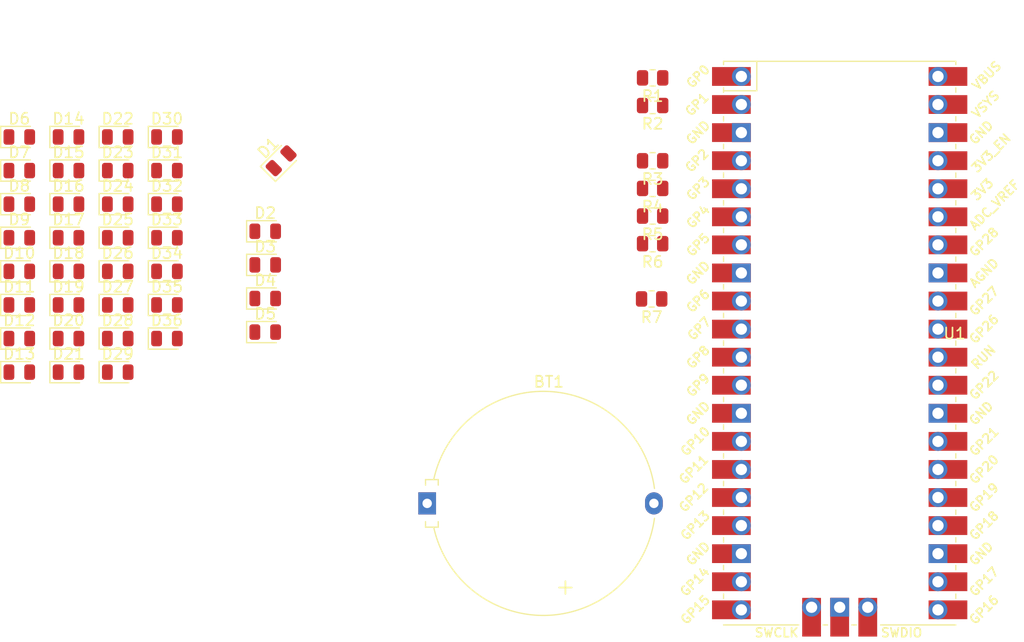
<source format=kicad_pcb>
(kicad_pcb (version 20240108) (generator "pcbnew") (generator_version "8.0")
  (layers (0 "F.Cu" signal) (31 "B.Cu" signal) (34 "B.Paste" user) (35 "F.Paste" user) (36 "B.SilkS" user "B.Silkscreen") (37 "F.SilkS" user "F.Silkscreen") (38 "B.Mask" user) (39 "F.Mask" user) (44 "Edge.Cuts" user))
  (net 0 "")
  (net 39 "Net-(D1-K)")
  (net 40 "Net-(D1-A)")
  (net 41 "Net-(D12-A)")
  (net 42 "Net-(D17-K)")
  (net 43 "Net-(D10-K)")
  (net 44 "Net-(D10-A)")
  (net 45 "Net-(D11-K)")
  (net 46 "pin1")
  (net 47 "pin2")
  (net 48 "pin3")
  (net 49 "pin4")
  (net 50 "pin5")
  (net 51 "pin6")
  (net 52 "pin7")
  (footprint "LED_SMD:LED_0805_2012Metric" (layer "F.Cu") (at 97.8275 76.545)
    (property "Reference" "D11" (at 0 -1.65 0) (layer "F.SilkS"))
    (property "Value" "LED")
    (fp_line (start -1.685 -0.96) (end -1.685 0.96) (stroke (width 0.12)) (layer "F.SilkS"))
    (fp_line (start -1.685 0.96) (end 1 0.96) (stroke (width 0.12)) (layer "F.SilkS"))
    (fp_line (start 1 -0.96) (end -1.685 -0.96) (stroke (width 0.12)) (layer "F.SilkS"))
    (pad "1" smd roundrect (at -0.9375 0) (size 0.975 1.4) (layers "F.Cu" "F.Paste" "F.Mask") (net 45 "Net-(D11-K)"))
    (pad "2" smd roundrect (at 0.9375 0) (size 0.975 1.4) (layers "F.Cu" "F.Paste" "F.Mask") (net 44 "Net-(D10-A)"))
  )
  (footprint "LED_SMD:LED_0805_2012Metric" (layer "F.Cu") (at 120.0625 79)
    (property "Reference" "D5" (at 0 -1.65 0) (layer "F.SilkS"))
    (property "Value" "LED")
    (fp_line (start -1.685 -0.96) (end -1.685 0.96) (stroke (width 0.12)) (layer "F.SilkS"))
    (fp_line (start -1.685 0.96) (end 1 0.96) (stroke (width 0.12)) (layer "F.SilkS"))
    (fp_line (start 1 -0.96) (end -1.685 -0.96) (stroke (width 0.12)) (layer "F.SilkS"))
    (pad "1" smd roundrect (at -0.9375 0) (size 0.975 1.4) (layers "F.Cu" "F.Paste" "F.Mask") (net 42 "Net-(D17-K)"))
    (pad "2" smd roundrect (at 0.9375 0) (size 0.975 1.4) (layers "F.Cu" "F.Paste" "F.Mask") (net 41 "Net-(D12-A)"))
  )
  (footprint "LED_SMD:LED_0805_2012Metric" (layer "F.Cu") (at 102.2775 67.425)
    (property "Reference" "D16" (at 0 -1.65 0) (layer "F.SilkS"))
    (property "Value" "LED")
    (fp_line (start -1.685 -0.96) (end -1.685 0.96) (stroke (width 0.12)) (layer "F.SilkS"))
    (fp_line (start -1.685 0.96) (end 1 0.96) (stroke (width 0.12)) (layer "F.SilkS"))
    (fp_line (start 1 -0.96) (end -1.685 -0.96) (stroke (width 0.12)) (layer "F.SilkS"))
    (pad "1" smd roundrect (at -0.9375 0) (size 0.975 1.4) (layers "F.Cu" "F.Paste" "F.Mask") (net 43 "Net-(D10-K)"))
    (pad "2" smd roundrect (at 0.9375 0) (size 0.975 1.4) (layers "F.Cu" "F.Paste" "F.Mask") (net 41 "Net-(D12-A)"))
  )
  (footprint "LED_SMD:LED_0805_2012Metric" (layer "F.Cu") (at 106.7275 64.385)
    (property "Reference" "D23" (at 0 -1.65 0) (layer "F.SilkS"))
    (property "Value" "LED")
    (fp_line (start -1.685 -0.96) (end -1.685 0.96) (stroke (width 0.12)) (layer "F.SilkS"))
    (fp_line (start -1.685 0.96) (end 1 0.96) (stroke (width 0.12)) (layer "F.SilkS"))
    (fp_line (start 1 -0.96) (end -1.685 -0.96) (stroke (width 0.12)) (layer "F.SilkS"))
    (pad "1" smd roundrect (at -0.9375 0) (size 0.975 1.4) (layers "F.Cu" "F.Paste" "F.Mask") (net 40 "Net-(D1-A)"))
    (pad "2" smd roundrect (at 0.9375 0) (size 0.975 1.4) (layers "F.Cu" "F.Paste" "F.Mask") (net 42 "Net-(D17-K)"))
  )
  (footprint "LED_SMD:LED_0805_2012Metric" (layer "F.Cu") (at 121.5 63.5 45)
    (property "Reference" "D1" (at 0 -1.65 45) (layer "F.SilkS"))
    (property "Value" "LED")
    (fp_line (start -1.684999 -0.96) (end -1.684999 0.96) (stroke (width 0.12)) (layer "F.SilkS"))
    (fp_line (start -1.684999 0.96) (end 1 0.96) (stroke (width 0.12)) (layer "F.SilkS"))
    (fp_line (start 1 -0.96) (end -1.684999 -0.96) (stroke (width 0.12)) (layer "F.SilkS"))
    (pad "1" smd roundrect (at -0.937501 0 45) (size 0.975 1.4) (layers "F.Cu" "F.Paste" "F.Mask") (net 39 "Net-(D1-K)"))
    (pad "2" smd roundrect (at 0.937501 0 45) (size 0.975 1.4) (layers "F.Cu" "F.Paste" "F.Mask") (net 40 "Net-(D1-A)"))
  )
  (footprint "LED_SMD:LED_0805_2012Metric" (layer "F.Cu") (at 111.1775 73.505)
    (property "Reference" "D34" (at 0 -1.65 0) (layer "F.SilkS"))
    (property "Value" "LED")
    (fp_line (start -1.685 -0.96) (end -1.685 0.96) (stroke (width 0.12)) (layer "F.SilkS"))
    (fp_line (start -1.685 0.96) (end 1 0.96) (stroke (width 0.12)) (layer "F.SilkS"))
    (fp_line (start 1 -0.96) (end -1.685 -0.96) (stroke (width 0.12)) (layer "F.SilkS"))
    (pad "1" smd roundrect (at -0.9375 0) (size 0.975 1.4) (layers "F.Cu" "F.Paste" "F.Mask") (net 42 "Net-(D17-K)"))
    (pad "2" smd roundrect (at 0.9375 0) (size 0.975 1.4) (layers "F.Cu" "F.Paste" "F.Mask") (net 39 "Net-(D1-K)"))
  )
  (footprint "LED_SMD:LED_0805_2012Metric" (layer "F.Cu") (at 102.2775 82.625)
    (property "Reference" "D21" (at 0 -1.65 0) (layer "F.SilkS"))
    (property "Value" "LED")
    (fp_line (start -1.685 -0.96) (end -1.685 0.96) (stroke (width 0.12)) (layer "F.SilkS"))
    (fp_line (start -1.685 0.96) (end 1 0.96) (stroke (width 0.12)) (layer "F.SilkS"))
    (fp_line (start 1 -0.96) (end -1.685 -0.96) (stroke (width 0.12)) (layer "F.SilkS"))
    (pad "1" smd roundrect (at -0.9375 0) (size 0.975 1.4) (layers "F.Cu" "F.Paste" "F.Mask") (net 43 "Net-(D10-K)"))
    (pad "2" smd roundrect (at 0.9375 0) (size 0.975 1.4) (layers "F.Cu" "F.Paste" "F.Mask") (net 45 "Net-(D11-K)"))
  )
  (footprint "LED_SMD:LED_0805_2012Metric" (layer "F.Cu") (at 102.2775 70.465)
    (property "Reference" "D17" (at 0 -1.65 0) (layer "F.SilkS"))
    (property "Value" "LED")
    (fp_line (start -1.685 -0.96) (end -1.685 0.96) (stroke (width 0.12)) (layer "F.SilkS"))
    (fp_line (start -1.685 0.96) (end 1 0.96) (stroke (width 0.12)) (layer "F.SilkS"))
    (fp_line (start 1 -0.96) (end -1.685 -0.96) (stroke (width 0.12)) (layer "F.SilkS"))
    (pad "1" smd roundrect (at -0.9375 0) (size 0.975 1.4) (layers "F.Cu" "F.Paste" "F.Mask") (net 42 "Net-(D17-K)"))
    (pad "2" smd roundrect (at 0.9375 0) (size 0.975 1.4) (layers "F.Cu" "F.Paste" "F.Mask") (net 45 "Net-(D11-K)"))
  )
  (footprint "LED_SMD:LED_0805_2012Metric" (layer "F.Cu") (at 120.0625 75.96)
    (property "Reference" "D4" (at 0 -1.65 0) (layer "F.SilkS"))
    (property "Value" "LED")
    (fp_line (start -1.685 -0.96) (end -1.685 0.96) (stroke (width 0.12)) (layer "F.SilkS"))
    (fp_line (start -1.685 0.96) (end 1 0.96) (stroke (width 0.12)) (layer "F.SilkS"))
    (fp_line (start 1 -0.96) (end -1.685 -0.96) (stroke (width 0.12)) (layer "F.SilkS"))
    (pad "1" smd roundrect (at -0.9375 0) (size 0.975 1.4) (layers "F.Cu" "F.Paste" "F.Mask") (net 39 "Net-(D1-K)"))
    (pad "2" smd roundrect (at 0.9375 0) (size 0.975 1.4) (layers "F.Cu" "F.Paste" "F.Mask") (net 41 "Net-(D12-A)"))
  )
  (footprint "Resistor_SMD:R_0805_2012Metric" (layer "F.Cu") (at 155.0875 68.5 180)
    (property "Reference" "R5" (at 0 -1.65 180) (layer "F.SilkS"))
    (property "Value" "R")
    (fp_line (start -0.227064 0.735) (end 0.227064 0.735) (stroke (width 0.12)) (layer "F.SilkS"))
    (fp_line (start -0.227064 -0.735) (end 0.227064 -0.735) (stroke (width 0.12)) (layer "F.SilkS"))
    (pad "1" smd roundrect (at -0.9125 0 180) (size 1.025 1.4) (layers "F.Cu" "F.Paste" "F.Mask") (roundrect_rratio 0.243902) (net 50 "pin5"))
    (pad "2" smd roundrect (at 0.9125 0 180) (size 1.025 1.4) (layers "F.Cu" "F.Paste" "F.Mask") (roundrect_rratio 0.243902) (net 43 "Net-(D10-K)"))
  )
  (footprint "LED_SMD:LED_0805_2012Metric" (layer "F.Cu") (at 102.2775 76.545)
    (property "Reference" "D19" (at 0 -1.65 0) (layer "F.SilkS"))
    (property "Value" "LED")
    (fp_line (start -1.685 -0.96) (end -1.685 0.96) (stroke (width 0.12)) (layer "F.SilkS"))
    (fp_line (start -1.685 0.96) (end 1 0.96) (stroke (width 0.12)) (layer "F.SilkS"))
    (fp_line (start 1 -0.96) (end -1.685 -0.96) (stroke (width 0.12)) (layer "F.SilkS"))
    (pad "1" smd roundrect (at -0.9375 0) (size 0.975 1.4) (layers "F.Cu" "F.Paste" "F.Mask") (net 40 "Net-(D1-A)"))
    (pad "2" smd roundrect (at 0.9375 0) (size 0.975 1.4) (layers "F.Cu" "F.Paste" "F.Mask") (net 43 "Net-(D10-K)"))
  )
  (footprint "LED_SMD:LED_0805_2012Metric" (layer "F.Cu") (at 111.1775 64.385)
    (property "Reference" "D31" (at 0 -1.65 0) (layer "F.SilkS"))
    (property "Value" "LED")
    (fp_line (start -1.685 -0.96) (end -1.685 0.96) (stroke (width 0.12)) (layer "F.SilkS"))
    (fp_line (start -1.685 0.96) (end 1 0.96) (stroke (width 0.12)) (layer "F.SilkS"))
    (fp_line (start 1 -0.96) (end -1.685 -0.96) (stroke (width 0.12)) (layer "F.SilkS"))
    (pad "1" smd roundrect (at -0.9375 0) (size 0.975 1.4) (layers "F.Cu" "F.Paste" "F.Mask") (net 40 "Net-(D1-A)"))
    (pad "2" smd roundrect (at 0.9375 0) (size 0.975 1.4) (layers "F.Cu" "F.Paste" "F.Mask") (net 45 "Net-(D11-K)"))
  )
  (footprint "Resistor_SMD:R_0805_2012Metric" (layer "F.Cu") (at 155.0875 63.5 180)
    (property "Reference" "R3" (at 0 -1.65 180) (layer "F.SilkS"))
    (property "Value" "R")
    (fp_line (start -0.227064 0.735) (end 0.227064 0.735) (stroke (width 0.12)) (layer "F.SilkS"))
    (fp_line (start -0.227064 -0.735) (end 0.227064 -0.735) (stroke (width 0.12)) (layer "F.SilkS"))
    (pad "1" smd roundrect (at -0.9125 0 180) (size 1.025 1.4) (layers "F.Cu" "F.Paste" "F.Mask") (roundrect_rratio 0.243902) (net 48 "pin3"))
    (pad "2" smd roundrect (at 0.9125 0 180) (size 1.025 1.4) (layers "F.Cu" "F.Paste" "F.Mask") (roundrect_rratio 0.243902) (net 41 "Net-(D12-A)"))
  )
  (footprint "Resistor_SMD:R_0805_2012Metric" (layer "F.Cu") (at 155.0875 71 180)
    (property "Reference" "R6" (at 0 -1.65 180) (layer "F.SilkS"))
    (property "Value" "R")
    (fp_line (start -0.227064 0.735) (end 0.227064 0.735) (stroke (width 0.12)) (layer "F.SilkS"))
    (fp_line (start -0.227064 -0.735) (end 0.227064 -0.735) (stroke (width 0.12)) (layer "F.SilkS"))
    (pad "1" smd roundrect (at -0.9125 0 180) (size 1.025 1.4) (layers "F.Cu" "F.Paste" "F.Mask") (roundrect_rratio 0.243902) (net 51 "pin6"))
    (pad "2" smd roundrect (at 0.9125 0 180) (size 1.025 1.4) (layers "F.Cu" "F.Paste" "F.Mask") (roundrect_rratio 0.243902) (net 44 "Net-(D10-A)"))
  )
  (footprint "LED_SMD:LED_0805_2012Metric" (layer "F.Cu") (at 106.7275 76.545)
    (property "Reference" "D27" (at 0 -1.65 0) (layer "F.SilkS"))
    (property "Value" "LED")
    (fp_line (start -1.685 -0.96) (end -1.685 0.96) (stroke (width 0.12)) (layer "F.SilkS"))
    (fp_line (start -1.685 0.96) (end 1 0.96) (stroke (width 0.12)) (layer "F.SilkS"))
    (fp_line (start 1 -0.96) (end -1.685 -0.96) (stroke (width 0.12)) (layer "F.SilkS"))
    (pad "1" smd roundrect (at -0.9375 0) (size 0.975 1.4) (layers "F.Cu" "F.Paste" "F.Mask") (net 41 "Net-(D12-A)"))
    (pad "2" smd roundrect (at 0.9375 0) (size 0.975 1.4) (layers "F.Cu" "F.Paste" "F.Mask") (net 45 "Net-(D11-K)"))
  )
  (footprint "LED_SMD:LED_0805_2012Metric" (layer "F.Cu") (at 102.2775 64.385)
    (property "Reference" "D15" (at 0 -1.65 0) (layer "F.SilkS"))
    (property "Value" "LED")
    (fp_line (start -1.685 -0.96) (end -1.685 0.96) (stroke (width 0.12)) (layer "F.SilkS"))
    (fp_line (start -1.685 0.96) (end 1 0.96) (stroke (width 0.12)) (layer "F.SilkS"))
    (fp_line (start 1 -0.96) (end -1.685 -0.96) (stroke (width 0.12)) (layer "F.SilkS"))
    (pad "1" smd roundrect (at -0.9375 0) (size 0.975 1.4) (layers "F.Cu" "F.Paste" "F.Mask") (net 41 "Net-(D12-A)"))
    (pad "2" smd roundrect (at 0.9375 0) (size 0.975 1.4) (layers "F.Cu" "F.Paste" "F.Mask") (net 43 "Net-(D10-K)"))
  )
  (footprint "LED_SMD:LED_0805_2012Metric" (layer "F.Cu") (at 97.8275 79.585)
    (property "Reference" "D12" (at 0 -1.65 0) (layer "F.SilkS"))
    (property "Value" "LED")
    (fp_line (start -1.685 -0.96) (end -1.685 0.96) (stroke (width 0.12)) (layer "F.SilkS"))
    (fp_line (start -1.685 0.96) (end 1 0.96) (stroke (width 0.12)) (layer "F.SilkS"))
    (fp_line (start 1 -0.96) (end -1.685 -0.96) (stroke (width 0.12)) (layer "F.SilkS"))
    (pad "1" smd roundrect (at -0.9375 0) (size 0.975 1.4) (layers "F.Cu" "F.Paste" "F.Mask") (net 40 "Net-(D1-A)"))
    (pad "2" smd roundrect (at 0.9375 0) (size 0.975 1.4) (layers "F.Cu" "F.Paste" "F.Mask") (net 41 "Net-(D12-A)"))
  )
  (footprint "LED_SMD:LED_0805_2012Metric" (layer "F.Cu") (at 97.8275 73.505)
    (property "Reference" "D10" (at 0 -1.65 0) (layer "F.SilkS"))
    (property "Value" "LED")
    (fp_line (start -1.685 -0.96) (end -1.685 0.96) (stroke (width 0.12)) (layer "F.SilkS"))
    (fp_line (start -1.685 0.96) (end 1 0.96) (stroke (width 0.12)) (layer "F.SilkS"))
    (fp_line (start 1 -0.96) (end -1.685 -0.96) (stroke (width 0.12)) (layer "F.SilkS"))
    (pad "1" smd roundrect (at -0.9375 0) (size 0.975 1.4) (layers "F.Cu" "F.Paste" "F.Mask") (net 43 "Net-(D10-K)"))
    (pad "2" smd roundrect (at 0.9375 0) (size 0.975 1.4) (layers "F.Cu" "F.Paste" "F.Mask") (net 44 "Net-(D10-A)"))
  )
  (footprint "LED_SMD:LED_0805_2012Metric" (layer "F.Cu") (at 97.8275 64.385)
    (property "Reference" "D7" (at 0 -1.65 0) (layer "F.SilkS"))
    (property "Value" "LED")
    (fp_line (start -1.685 -0.96) (end -1.685 0.96) (stroke (width 0.12)) (layer "F.SilkS"))
    (fp_line (start -1.685 0.96) (end 1 0.96) (stroke (width 0.12)) (layer "F.SilkS"))
    (fp_line (start 1 -0.96) (end -1.685 -0.96) (stroke (width 0.12)) (layer "F.SilkS"))
    (pad "1" smd roundrect (at -0.9375 0) (size 0.975 1.4) (layers "F.Cu" "F.Paste" "F.Mask") (net 43 "Net-(D10-K)"))
    (pad "2" smd roundrect (at 0.9375 0) (size 0.975 1.4) (layers "F.Cu" "F.Paste" "F.Mask") (net 42 "Net-(D17-K)"))
  )
  (footprint "Resistor_SMD:R_0805_2012Metric" (layer "F.Cu") (at 155.0875 56 180)
    (property "Reference" "R1" (at 0 -1.65 180) (layer "F.SilkS"))
    (property "Value" "R")
    (fp_line (start -0.227064 0.735) (end 0.227064 0.735) (stroke (width 0.12)) (layer "F.SilkS"))
    (fp_line (start -0.227064 -0.735) (end 0.227064 -0.735) (stroke (width 0.12)) (layer "F.SilkS"))
    (pad "1" smd roundrect (at -0.9125 0 180) (size 1.025 1.4) (layers "F.Cu" "F.Paste" "F.Mask") (roundrect_rratio 0.243902) (net 46 "pin1"))
    (pad "2" smd roundrect (at 0.9125 0 180) (size 1.025 1.4) (layers "F.Cu" "F.Paste" "F.Mask") (roundrect_rratio 0.243902) (net 40 "Net-(D1-A)"))
  )
  (footprint "LED_SMD:LED_0805_2012Metric" (layer "F.Cu") (at 97.8275 67.425)
    (property "Reference" "D8" (at 0 -1.65 0) (layer "F.SilkS"))
    (property "Value" "LED")
    (fp_line (start -1.685 -0.96) (end -1.685 0.96) (stroke (width 0.12)) (layer "F.SilkS"))
    (fp_line (start -1.685 0.96) (end 1 0.96) (stroke (width 0.12)) (layer "F.SilkS"))
    (fp_line (start 1 -0.96) (end -1.685 -0.96) (stroke (width 0.12)) (layer "F.SilkS"))
    (pad "1" smd roundrect (at -0.9375 0) (size 0.975 1.4) (layers "F.Cu" "F.Paste" "F.Mask") (net 42 "Net-(D17-K)"))
    (pad "2" smd roundrect (at 0.9375 0) (size 0.975 1.4) (layers "F.Cu" "F.Paste" "F.Mask") (net 43 "Net-(D10-K)"))
  )
  (footprint "LED_SMD:LED_0805_2012Metric" (layer "F.Cu") (at 111.1775 61.345)
    (property "Reference" "D30" (at 0 -1.65 0) (layer "F.SilkS"))
    (property "Value" "LED")
    (fp_line (start -1.685 -0.96) (end -1.685 0.96) (stroke (width 0.12)) (layer "F.SilkS"))
    (fp_line (start -1.685 0.96) (end 1 0.96) (stroke (width 0.12)) (layer "F.SilkS"))
    (fp_line (start 1 -0.96) (end -1.685 -0.96) (stroke (width 0.12)) (layer "F.SilkS"))
    (pad "1" smd roundrect (at -0.9375 0) (size 0.975 1.4) (layers "F.Cu" "F.Paste" "F.Mask") (net 45 "Net-(D11-K)"))
    (pad "2" smd roundrect (at 0.9375 0) (size 0.975 1.4) (layers "F.Cu" "F.Paste" "F.Mask") (net 39 "Net-(D1-K)"))
  )
  (footprint "LED_SMD:LED_0805_2012Metric" (layer "F.Cu") (at 106.7275 70.465)
    (property "Reference" "D25" (at 0 -1.65 0) (layer "F.SilkS"))
    (property "Value" "LED")
    (fp_line (start -1.685 -0.96) (end -1.685 0.96) (stroke (width 0.12)) (layer "F.SilkS"))
    (fp_line (start -1.685 0.96) (end 1 0.96) (stroke (width 0.12)) (layer "F.SilkS"))
    (fp_line (start 1 -0.96) (end -1.685 -0.96) (stroke (width 0.12)) (layer "F.SilkS"))
    (pad "1" smd roundrect (at -0.9375 0) (size 0.975 1.4) (layers "F.Cu" "F.Paste" "F.Mask") (net 40 "Net-(D1-A)"))
    (pad "2" smd roundrect (at 0.9375 0) (size 0.975 1.4) (layers "F.Cu" "F.Paste" "F.Mask") (net 44 "Net-(D10-A)"))
  )
  (footprint "LED_SMD:LED_0805_2012Metric" (layer "F.Cu") (at 102.2775 73.505)
    (property "Reference" "D18" (at 0 -1.65 0) (layer "F.SilkS"))
    (property "Value" "LED")
    (fp_line (start -1.685 -0.96) (end -1.685 0.96) (stroke (width 0.12)) (layer "F.SilkS"))
    (fp_line (start -1.685 0.96) (end 1 0.96) (stroke (width 0.12)) (layer "F.SilkS"))
    (fp_line (start 1 -0.96) (end -1.685 -0.96) (stroke (width 0.12)) (layer "F.SilkS"))
    (pad "1" smd roundrect (at -0.9375 0) (size 0.975 1.4) (layers "F.Cu" "F.Paste" "F.Mask") (net 45 "Net-(D11-K)"))
    (pad "2" smd roundrect (at 0.9375 0) (size 0.975 1.4) (layers "F.Cu" "F.Paste" "F.Mask") (net 42 "Net-(D17-K)"))
  )
  (footprint "Resistor_SMD:R_0805_2012Metric" (layer "F.Cu") (at 155.0875 66 180)
    (property "Reference" "R4" (at 0 -1.65 180) (layer "F.SilkS"))
    (property "Value" "R")
    (fp_line (start -0.227064 0.735) (end 0.227064 0.735) (stroke (width 0.12)) (layer "F.SilkS"))
    (fp_line (start -0.227064 -0.735) (end 0.227064 -0.735) (stroke (width 0.12)) (layer "F.SilkS"))
    (pad "1" smd roundrect (at -0.9125 0 180) (size 1.025 1.4) (layers "F.Cu" "F.Paste" "F.Mask") (roundrect_rratio 0.243902) (net 49 "pin4"))
    (pad "2" smd roundrect (at 0.9125 0 180) (size 1.025 1.4) (layers "F.Cu" "F.Paste" "F.Mask") (roundrect_rratio 0.243902) (net 42 "Net-(D17-K)"))
  )
  (footprint "Battery:Battery_Panasonic_CR2032-HFN_Horizontal_CircularHoles" (layer "F.Cu") (at 134.705 94.499878)
    (property "Reference" "BT1" (at 11 -11 0) (layer "F.SilkS"))
    (property "Value" "Battery_Cell")
    (fp_line (start -0.15 -2.15) (end -0.15 -1.65) (stroke (width 0.12)) (layer "F.SilkS"))
    (fp_line (start -0.15 -2.15) (end 1 -2.15) (stroke (width 0.12)) (layer "F.SilkS"))
    (fp_line (start -0.15 2.15) (end -0.15 1.65) (stroke (width 0.12)) (layer "F.SilkS"))
    (fp_line (start -0.15 2.15) (end 1 2.15) (stroke (width 0.12)) (layer "F.SilkS"))
    (fp_line (start 1 -2.15) (end 1 -1.65) (stroke (width 0.12)) (layer "F.SilkS"))
    (fp_line (start 1 2.15) (end 1 1.65) (stroke (width 0.12)) (layer "F.SilkS"))
    (fp_arc (start 0.59 -2.15) (mid 10.905879 -10.130166) (end 20.55 -1.35) (stroke (width 0.12)) (layer "F.SilkS"))
    (fp_arc (start 20.55 1.35) (mid 10.905879 10.130166) (end 0.59 2.15) (stroke (width 0.12)) (layer "F.SilkS"))
    (fp_text user "+" (at 12.5 7.5 0) (layer "F.SilkS") (effects (font (size 1.5 1.5))))
    (pad "1" thru_hole rect (at 0 0) (size 1.6 2) (drill 0.85) (layers "*.Cu" "*.Mask"))
    (pad "2" thru_hole oval (at 20.5 0) (size 1.6 2) (drill 0.85) (layers "*.Cu" "*.Mask"))
  )
  (footprint "LED_SMD:LED_0805_2012Metric" (layer "F.Cu") (at 106.7275 73.505)
    (property "Reference" "D26" (at 0 -1.65 0) (layer "F.SilkS"))
    (property "Value" "LED")
    (fp_line (start -1.685 -0.96) (end -1.685 0.96) (stroke (width 0.12)) (layer "F.SilkS"))
    (fp_line (start -1.685 0.96) (end 1 0.96) (stroke (width 0.12)) (layer "F.SilkS"))
    (fp_line (start 1 -0.96) (end -1.685 -0.96) (stroke (width 0.12)) (layer "F.SilkS"))
    (pad "1" smd roundrect (at -0.9375 0) (size 0.975 1.4) (layers "F.Cu" "F.Paste" "F.Mask") (net 44 "Net-(D10-A)"))
    (pad "2" smd roundrect (at 0.9375 0) (size 0.975 1.4) (layers "F.Cu" "F.Paste" "F.Mask") (net 40 "Net-(D1-A)"))
  )
  (footprint "LED_SMD:LED_0805_2012Metric" (layer "F.Cu") (at 102.2775 61.345)
    (property "Reference" "D14" (at 0 -1.65 0) (layer "F.SilkS"))
    (property "Value" "LED")
    (fp_line (start -1.685 -0.96) (end -1.685 0.96) (stroke (width 0.12)) (layer "F.SilkS"))
    (fp_line (start -1.685 0.96) (end 1 0.96) (stroke (width 0.12)) (layer "F.SilkS"))
    (fp_line (start 1 -0.96) (end -1.685 -0.96) (stroke (width 0.12)) (layer "F.SilkS"))
    (pad "1" smd roundrect (at -0.9375 0) (size 0.975 1.4) (layers "F.Cu" "F.Paste" "F.Mask") (net 41 "Net-(D12-A)"))
    (pad "2" smd roundrect (at 0.9375 0) (size 0.975 1.4) (layers "F.Cu" "F.Paste" "F.Mask") (net 40 "Net-(D1-A)"))
  )
  (footprint "LED_SMD:LED_0805_2012Metric" (layer "F.Cu") (at 106.7275 82.625)
    (property "Reference" "D29" (at 0 -1.65 0) (layer "F.SilkS"))
    (property "Value" "LED")
    (fp_line (start -1.685 -0.96) (end -1.685 0.96) (stroke (width 0.12)) (layer "F.SilkS"))
    (fp_line (start -1.685 0.96) (end 1 0.96) (stroke (width 0.12)) (layer "F.SilkS"))
    (fp_line (start 1 -0.96) (end -1.685 -0.96) (stroke (width 0.12)) (layer "F.SilkS"))
    (pad "1" smd roundrect (at -0.9375 0) (size 0.975 1.4) (layers "F.Cu" "F.Paste" "F.Mask") (net 39 "Net-(D1-K)"))
    (pad "2" smd roundrect (at 0.9375 0) (size 0.975 1.4) (layers "F.Cu" "F.Paste" "F.Mask") (net 45 "Net-(D11-K)"))
  )
  (footprint "LED_SMD:LED_0805_2012Metric" (layer "F.Cu") (at 111.1775 70.465)
    (property "Reference" "D33" (at 0 -1.65 0) (layer "F.SilkS"))
    (property "Value" "LED")
    (fp_line (start -1.685 -0.96) (end -1.685 0.96) (stroke (width 0.12)) (layer "F.SilkS"))
    (fp_line (start -1.685 0.96) (end 1 0.96) (stroke (width 0.12)) (layer "F.SilkS"))
    (fp_line (start 1 -0.96) (end -1.685 -0.96) (stroke (width 0.12)) (layer "F.SilkS"))
    (pad "1" smd roundrect (at -0.9375 0) (size 0.975 1.4) (layers "F.Cu" "F.Paste" "F.Mask") (net 39 "Net-(D1-K)"))
    (pad "2" smd roundrect (at 0.9375 0) (size 0.975 1.4) (layers "F.Cu" "F.Paste" "F.Mask") (net 42 "Net-(D17-K)"))
  )
  (footprint "LED_SMD:LED_0805_2012Metric" (layer "F.Cu") (at 97.8275 70.465)
    (property "Reference" "D9" (at 0 -1.65 0) (layer "F.SilkS"))
    (property "Value" "LED")
    (fp_line (start -1.685 -0.96) (end -1.685 0.96) (stroke (width 0.12)) (layer "F.SilkS"))
    (fp_line (start -1.685 0.96) (end 1 0.96) (stroke (width 0.12)) (layer "F.SilkS"))
    (fp_line (start 1 -0.96) (end -1.685 -0.96) (stroke (width 0.12)) (layer "F.SilkS"))
    (pad "1" smd roundrect (at -0.9375 0) (size 0.975 1.4) (layers "F.Cu" "F.Paste" "F.Mask") (net 44 "Net-(D10-A)"))
    (pad "2" smd roundrect (at 0.9375 0) (size 0.975 1.4) (layers "F.Cu" "F.Paste" "F.Mask") (net 43 "Net-(D10-K)"))
  )
  (footprint "LED_SMD:LED_0805_2012Metric" (layer "F.Cu") (at 111.1775 67.425)
    (property "Reference" "D32" (at 0 -1.65 0) (layer "F.SilkS"))
    (property "Value" "LED")
    (fp_line (start -1.685 -0.96) (end -1.685 0.96) (stroke (width 0.12)) (layer "F.SilkS"))
    (fp_line (start -1.685 0.96) (end 1 0.96) (stroke (width 0.12)) (layer "F.SilkS"))
    (fp_line (start 1 -0.96) (end -1.685 -0.96) (stroke (width 0.12)) (layer "F.SilkS"))
    (pad "1" smd roundrect (at -0.9375 0) (size 0.975 1.4) (layers "F.Cu" "F.Paste" "F.Mask") (net 45 "Net-(D11-K)"))
    (pad "2" smd roundrect (at 0.9375 0) (size 0.975 1.4) (layers "F.Cu" "F.Paste" "F.Mask") (net 40 "Net-(D1-A)"))
  )
  (footprint "Pi Pico:RPi_Pico_SMD_TH" (layer "F.Cu") (at 172 80)
    (property "Reference" "U1" (at 10.39 -0.87 0) (layer "F.SilkS"))
    (property "Value" "Pico")
    (fp_line (start -10.5 -25.5) (end -10.5 -25.2) (stroke (width 0.12)) (layer "F.SilkS"))
    (fp_line (start -10.5 -25.5) (end 10.5 -25.5) (stroke (width 0.12)) (layer "F.SilkS"))
    (fp_line (start -10.5 -23.1) (end -10.5 -22.7) (stroke (width 0.12)) (layer "F.SilkS"))
    (fp_line (start -10.5 -22.833) (end -7.493 -22.833) (stroke (width 0.12)) (layer "F.SilkS"))
    (fp_line (start -10.5 -20.5) (end -10.5 -20.1) (stroke (width 0.12)) (layer "F.SilkS"))
    (fp_line (start -10.5 -18) (end -10.5 -17.6) (stroke (width 0.12)) (layer "F.SilkS"))
    (fp_line (start -10.5 -15.4) (end -10.5 -15) (stroke (width 0.12)) (layer "F.SilkS"))
    (fp_line (start -10.5 -12.9) (end -10.5 -12.5) (stroke (width 0.12)) (layer "F.SilkS"))
    (fp_line (start -10.5 -10.4) (end -10.5 -10) (stroke (width 0.12)) (layer "F.SilkS"))
    (fp_line (start -10.5 -7.8) (end -10.5 -7.4) (stroke (width 0.12)) (layer "F.SilkS"))
    (fp_line (start -10.5 -5.3) (end -10.5 -4.9) (stroke (width 0.12)) (layer "F.SilkS"))
    (fp_line (start -10.5 -2.7) (end -10.5 -2.3) (stroke (width 0.12)) (layer "F.SilkS"))
    (fp_line (start -10.5 -0.2) (end -10.5 0.2) (stroke (width 0.12)) (layer "F.SilkS"))
    (fp_line (start -10.5 2.3) (end -10.5 2.7) (stroke (width 0.12)) (layer "F.SilkS"))
    (fp_line (start -10.5 4.9) (end -10.5 5.3) (stroke (width 0.12)) (layer "F.SilkS"))
    (fp_line (start -10.5 7.4) (end -10.5 7.8) (stroke (width 0.12)) (layer "F.SilkS"))
    (fp_line (start -10.5 10) (end -10.5 10.4) (stroke (width 0.12)) (layer "F.SilkS"))
    (fp_line (start -10.5 12.5) (end -10.5 12.9) (stroke (width 0.12)) (layer "F.SilkS"))
    (fp_line (start -10.5 15.1) (end -10.5 15.5) (stroke (width 0.12)) (layer "F.SilkS"))
    (fp_line (start -10.5 17.6) (end -10.5 18) (stroke (width 0.12)) (layer "F.SilkS"))
    (fp_line (start -10.5 20.1) (end -10.5 20.5) (stroke (width 0.12)) (layer "F.SilkS"))
    (fp_line (start -10.5 22.7) (end -10.5 23.1) (stroke (width 0.12)) (layer "F.SilkS"))
    (fp_line (start -7.493 -22.833) (end -7.493 -25.5) (stroke (width 0.12)) (layer "F.SilkS"))
    (fp_line (start -3.7 25.5) (end -10.5 25.5) (stroke (width 0.12)) (layer "F.SilkS"))
    (fp_line (start -1.5 25.5) (end -1.1 25.5) (stroke (width 0.12)) (layer "F.SilkS"))
    (fp_line (start 1.1 25.5) (end 1.5 25.5) (stroke (width 0.12)) (layer "F.SilkS"))
    (fp_line (start 10.5 -25.5) (end 10.5 -25.2) (stroke (width 0.12)) (layer "F.SilkS"))
    (fp_line (start 10.5 -23.1) (end 10.5 -22.7) (stroke (width 0.12)) (layer "F.SilkS"))
    (fp_line (start 10.5 -20.5) (end 10.5 -20.1) (stroke (width 0.12)) (layer "F.SilkS"))
    (fp_line (start 10.5 -18) (end 10.5 -17.6) (stroke (width 0.12)) (layer "F.SilkS"))
    (fp_line (start 10.5 -15.4) (end 10.5 -15) (stroke (width 0.12)) (layer "F.SilkS"))
    (fp_line (start 10.5 -12.9) (end 10.5 -12.5) (stroke (width 0.12)) (layer "F.SilkS"))
    (fp_line (start 10.5 -10.4) (end 10.5 -10) (stroke (width 0.12)) (layer "F.SilkS"))
    (fp_line (start 10.5 -7.8) (end 10.5 -7.4) (stroke (width 0.12)) (layer "F.SilkS"))
    (fp_line (start 10.5 -5.3) (end 10.5 -4.9) (stroke (width 0.12)) (layer "F.SilkS"))
    (fp_line (start 10.5 -2.7) (end 10.5 -2.3) (stroke (width 0.12)) (layer "F.SilkS"))
    (fp_line (start 10.5 -0.2) (end 10.5 0.2) (stroke (width 0.12)) (layer "F.SilkS"))
    (fp_line (start 10.5 2.3) (end 10.5 2.7) (stroke (width 0.12)) (layer "F.SilkS"))
    (fp_line (start 10.5 4.9) (end 10.5 5.3) (stroke (width 0.12)) (layer "F.SilkS"))
    (fp_line (start 10.5 7.4) (end 10.5 7.8) (stroke (width 0.12)) (layer "F.SilkS"))
    (fp_line (start 10.5 10) (end 10.5 10.4) (stroke (width 0.12)) (layer "F.SilkS"))
    (fp_line (start 10.5 12.5) (end 10.5 12.9) (stroke (width 0.12)) (layer "F.SilkS"))
    (fp_line (start 10.5 15.1) (end 10.5 15.5) (stroke (width 0.12)) (layer "F.SilkS"))
    (fp_line (start 10.5 17.6) (end 10.5 18) (stroke (width 0.12)) (layer "F.SilkS"))
    (fp_line (start 10.5 20.1) (end 10.5 20.5) (stroke (width 0.12)) (layer "F.SilkS"))
    (fp_line (start 10.5 22.7) (end 10.5 23.1) (stroke (width 0.12)) (layer "F.SilkS"))
    (fp_line (start 10.5 25.5) (end 3.7 25.5) (stroke (width 0.12)) (layer "F.SilkS"))
    (fp_text user "GP0" (at -12.8 -24.13 45) (layer "F.SilkS") (effects (font (size 0.8 0.8))))
    (fp_text user "GP9" (at -12.8 3.81 45) (layer "F.SilkS") (effects (font (size 0.8 0.8))))
    (fp_text user "GP13" (at -13.054 16.51 45) (layer "F.SilkS") (effects (font (size 0.8 0.8))))
    (fp_text user "GP20" (at 13.054 11.43 45) (layer "F.SilkS") (effects (font (size 0.8 0.8))))
    (fp_text user "GND" (at 12.8 19.05 45) (layer "F.SilkS") (effects (font (size 0.8 0.8))))
    (fp_text user "AGND" (at 13.054 -6.35 45) (layer "F.SilkS") (effects (font (size 0.8 0.8))))
    (fp_text user "GP19" (at 13.054 13.97 45) (layer "F.SilkS") (effects (font (size 0.8 0.8))))
    (fp_text user "3V3" (at 12.9 -13.9 45) (layer "F.SilkS") (effects (font (size 0.8 0.8))))
    (fp_text user "GND" (at 12.8 -19.05 45) (layer "F.SilkS") (effects (font (size 0.8 0.8))))
    (fp_text user "GP15" (at -13.054 24.13 45) (layer "F.SilkS") (effects (font (size 0.8 0.8))))
    (fp_text user "GP10" (at -13.054 8.89 45) (layer "F.SilkS") (effects (font (size 0.8 0.8))))
    (fp_text user "ADC_VREF" (at 14 -12.5 45) (layer "F.SilkS") (effects (font (size 0.8 0.8))))
    (fp_text user "GP1" (at -12.9 -21.6 45) (layer "F.SilkS") (effects (font (size 0.8 0.8))))
    (fp_text user "GP7" (at -12.7 -1.3 45) (layer "F.SilkS") (effects (font (size 0.8 0.8))))
    (fp_text user "GP16" (at 13.054 24.13 45) (layer "F.SilkS") (effects (font (size 0.8 0.8))))
    (fp_text user "GP21" (at 13.054 8.9 45) (layer "F.SilkS") (effects (font (size 0.8 0.8))))
    (fp_text user "VBUS" (at 13.3 -24.2 45) (layer "F.SilkS") (effects (font (size 0.8 0.8))))
    (fp_text user "3V3_EN" (at 13.7 -17.2 45) (layer "F.SilkS") (effects (font (size 0.8 0.8))))
    (fp_text user "GP18" (at 13.054 16.51 45) (layer "F.SilkS") (effects (font (size 0.8 0.8))))
    (fp_text user "GP2" (at -12.9 -16.51 45) (layer "F.SilkS") (effects (font (size 0.8 0.8))))
    (fp_text user "GP8" (at -12.8 1.27 45) (layer "F.SilkS") (effects (font (size 0.8 0.8))))
    (fp_text user "GP17" (at 13.054 21.59 45) (layer "F.SilkS") (effects (font (size 0.8 0.8))))
    (fp_text user "SWDIO" (at 5.6 26.2 0) (layer "F.SilkS") (effects (font (size 0.8 0.8))))
    (fp_text user "SWCLK" (at -5.7 26.2 0) (layer "F.SilkS") (effects (font (size 0.8 0.8))))
    (fp_text user "GND" (at 12.8 6.35 45) (layer "F.SilkS") (effects (font (size 0.8 0.8))))
    (fp_text user "GND" (at -12.8 -6.35 45) (layer "F.SilkS") (effects (font (size 0.8 0.8))))
    (fp_text user "GP6" (at -12.8 -3.81 45) (layer "F.SilkS") (effects (font (size 0.8 0.8))))
    (fp_text user "GP3" (at -12.8 -13.97 45) (layer "F.SilkS") (effects (font (size 0.8 0.8))))
    (fp_text user "GP28" (at 13.054 -9.144 45) (layer "F.SilkS") (effects (font (size 0.8 0.8))))
    (fp_text user "GP27" (at 13.054 -3.8 45) (layer "F.SilkS") (effects (font (size 0.8 0.8))))
    (fp_text user "GP14" (at -13.1 21.59 45) (layer "F.SilkS") (effects (font (size 0.8 0.8))))
    (fp_text user "GP26" (at 13.054 -1.27 45) (layer "F.SilkS") (effects (font (size 0.8 0.8))))
    (fp_text user "GND" (at -12.8 19.05 45) (layer "F.SilkS") (effects (font (size 0.8 0.8))))
    (fp_text user "GP4" (at -12.8 -11.43 45) (layer "F.SilkS") (effects (font (size 0.8 0.8))))
    (fp_text user "GP12" (at -13.2 13.97 45) (layer "F.SilkS") (effects (font (size 0.8 0.8))))
    (fp_text user "GP5" (at -12.8 -8.89 45) (layer "F.SilkS") (effects (font (size 0.8 0.8))))
    (fp_text user "RUN" (at 13 1.27 45) (layer "F.SilkS") (effects (font (size 0.8 0.8))))
    (fp_text user "VSYS" (at 13.2 -21.59 45) (layer "F.SilkS") (effects (font (size 0.8 0.8))))
    (fp_text user "GP22" (at 13.054 3.81 45) (layer "F.SilkS") (effects (font (size 0.8 0.8))))
    (fp_text user "GP11" (at -13.2 11.43 45) (layer "F.SilkS") (effects (font (size 0.8 0.8))))
    (fp_text user "GND" (at -12.8 -19.05 45) (layer "F.SilkS") (effects (font (size 0.8 0.8))))
    (fp_text user "GND" (at -12.8 6.35 45) (layer "F.SilkS") (effects (font (size 0.8 0.8))))
    (pad "" np_thru_hole oval (at -2.725 -24) (size 1.8 1.8) (drill 1.8) (layers "*.Cu" "*.Mask"))
    (pad "" np_thru_hole oval (at -2.425 -20.97) (size 1.5 1.5) (drill 1.5) (layers "*.Cu" "*.Mask"))
    (pad "" np_thru_hole oval (at 2.425 -20.97) (size 1.5 1.5) (drill 1.5) (layers "*.Cu" "*.Mask"))
    (pad "" np_thru_hole oval (at 2.725 -24) (size 1.8 1.8) (drill 1.8) (layers "*.Cu" "*.Mask"))
    (pad "1" thru_hole oval (at -8.89 -24.13) (size 1.7 1.7) (drill 1.02) (layers "*.Cu" "*.Mask") (net 46 "pin1"))
    (pad "1" smd rect (at -8.89 -24.13) (size 3.5 1.7) (drill (offset -0.9 0)) (layers "F.Cu" "F.Mask") (net 46 "pin1"))
    (pad "2" thru_hole oval (at -8.89 -21.59) (size 1.7 1.7) (drill 1.02) (layers "*.Cu" "*.Mask") (net 47 "pin2"))
    (pad "2" smd rect (at -8.89 -21.59) (size 3.5 1.7) (drill (offset -0.9 0)) (layers "F.Cu" "F.Mask") (net 47 "pin2"))
    (pad "3" thru_hole rect (at -8.89 -19.05) (size 1.7 1.7) (drill 1.02) (layers "*.Cu" "*.Mask"))
    (pad "3" smd rect (at -8.89 -19.05) (size 3.5 1.7) (drill (offset -0.9 0)) (layers "F.Cu" "F.Mask"))
    (pad "4" thru_hole oval (at -8.89 -16.51) (size 1.7 1.7) (drill 1.02) (layers "*.Cu" "*.Mask") (net 48 "pin3"))
    (pad "4" smd rect (at -8.89 -16.51) (size 3.5 1.7) (drill (offset -0.9 0)) (layers "F.Cu" "F.Mask") (net 48 "pin3"))
    (pad "5" thru_hole oval (at -8.89 -13.97) (size 1.7 1.7) (drill 1.02) (layers "*.Cu" "*.Mask") (net 49 "pin4"))
    (pad "5" smd rect (at -8.89 -13.97) (size 3.5 1.7) (drill (offset -0.9 0)) (layers "F.Cu" "F.Mask") (net 49 "pin4"))
    (pad "6" thru_hole oval (at -8.89 -11.43) (size 1.7 1.7) (drill 1.02) (layers "*.Cu" "*.Mask") (net 50 "pin5"))
    (pad "6" smd rect (at -8.89 -11.43) (size 3.5 1.7) (drill (offset -0.9 0)) (layers "F.Cu" "F.Mask") (net 50 "pin5"))
    (pad "7" thru_hole oval (at -8.89 -8.89) (size 1.7 1.7) (drill 1.02) (layers "*.Cu" "*.Mask") (net 51 "pin6"))
    (pad "7" smd rect (at -8.89 -8.89) (size 3.5 1.7) (drill (offset -0.9 0)) (layers "F.Cu" "F.Mask") (net 51 "pin6"))
    (pad "8" thru_hole rect (at -8.89 -6.35) (size 1.7 1.7) (drill 1.02) (layers "*.Cu" "*.Mask"))
    (pad "8" smd rect (at -8.89 -6.35) (size 3.5 1.7) (drill (offset -0.9 0)) (layers "F.Cu" "F.Mask"))
    (pad "9" thru_hole oval (at -8.89 -3.81) (size 1.7 1.7) (drill 1.02) (layers "*.Cu" "*.Mask") (net 52 "pin7"))
    (pad "9" smd rect (at -8.89 -3.81) (size 3.5 1.7) (drill (offset -0.9 0)) (layers "F.Cu" "F.Mask") (net 52 "pin7"))
    (pad "10" thru_hole oval (at -8.89 -1.27) (size 1.7 1.7) (drill 1.02) (layers "*.Cu" "*.Mask"))
    (pad "10" smd rect (at -8.89 -1.27) (size 3.5 1.7) (drill (offset -0.9 0)) (layers "F.Cu" "F.Mask"))
    (pad "11" thru_hole oval (at -8.89 1.27) (size 1.7 1.7) (drill 1.02) (layers "*.Cu" "*.Mask"))
    (pad "11" smd rect (at -8.89 1.27) (size 3.5 1.7) (drill (offset -0.9 0)) (layers "F.Cu" "F.Mask"))
    (pad "12" thru_hole oval (at -8.89 3.81) (size 1.7 1.7) (drill 1.02) (layers "*.Cu" "*.Mask"))
    (pad "12" smd rect (at -8.89 3.81) (size 3.5 1.7) (drill (offset -0.9 0)) (layers "F.Cu" "F.Mask"))
    (pad "13" thru_hole rect (at -8.89 6.35) (size 1.7 1.7) (drill 1.02) (layers "*.Cu" "*.Mask"))
    (pad "13" smd rect (at -8.89 6.35) (size 3.5 1.7) (drill (offset -0.9 0)) (layers "F.Cu" "F.Mask"))
    (pad "14" thru_hole oval (at -8.89 8.89) (size 1.7 1.7) (drill 1.02) (layers "*.Cu" "*.Mask"))
    (pad "14" smd rect (at -8.89 8.89) (size 3.5 1.7) (drill (offset -0.9 0)) (layers "F.Cu" "F.Mask"))
    (pad "15" thru_hole oval (at -8.89 11.43) (size 1.7 1.7) (drill 1.02) (layers "*.Cu" "*.Mask"))
    (pad "15" smd rect (at -8.89 11.43) (size 3.5 1.7) (drill (offset -0.9 0)) (layers "F.Cu" "F.Mask"))
    (pad "16" thru_hole oval (at -8.89 13.97) (size 1.7 1.7) (drill 1.02) (layers "*.Cu" "*.Mask"))
    (pad "16" smd rect (at -8.89 13.97) (size 3.5 1.7) (drill (offset -0.9 0)) (layers "F.Cu" "F.Mask"))
    (pad "17" thru_hole oval (at -8.89 16.51) (size 1.7 1.7) (drill 1.02) (layers "*.Cu" "*.Mask"))
    (pad "17" smd rect (at -8.89 16.51) (size 3.5 1.7) (drill (offset -0.9 0)) (layers "F.Cu" "F.Mask"))
    (pad "18" thru_hole rect (at -8.89 19.05) (size 1.7 1.7) (drill 1.02) (layers "*.Cu" "*.Mask"))
    (pad "18" smd rect (at -8.89 19.05) (size 3.5 1.7) (drill (offset -0.9 0)) (layers "F.Cu" "F.Mask"))
    (pad "19" thru_hole oval (at -8.89 21.59) (size 1.7 1.7) (drill 1.02) (layers "*.Cu" "*.Mask"))
    (pad "19" smd rect (at -8.89 21.59) (size 3.5 1.7) (drill (offset -0.9 0)) (layers "F.Cu" "F.Mask"))
    (pad "20" thru_hole oval (at -8.89 24.13) (size 1.7 1.7) (drill 1.02) (layers "*.Cu" "*.Mask"))
    (pad "20" smd rect (at -8.89 24.13) (size 3.5 1.7) (drill (offset -0.9 0)) (layers "F.Cu" "F.Mask"))
    (pad "21" thru_hole oval (at 8.89 24.13) (size 1.7 1.7) (drill 1.02) (layers "*.Cu" "*.Mask"))
    (pad "21" smd rect (at 8.89 24.13) (size 3.5 1.7) (drill (offset 0.9 0)) (layers "F.Cu" "F.Mask"))
    (pad "22" thru_hole oval (at 8.89 21.59) (size 1.7 1.7) (drill 1.02) (layers "*.Cu" "*.Mask"))
    (pad "22" smd rect (at 8.89 21.59) (size 3.5 1.7) (drill (offset 0.9 0)) (layers "F.Cu" "F.Mask"))
    (pad "23" thru_hole rect (at 8.89 19.05) (size 1.7 1.7) (drill 1.02) (layers "*.Cu" "*.Mask"))
    (pad "23" smd rect (at 8.89 19.05) (size 3.5 1.7) (drill (offset 0.9 0)) (layers "F.Cu" "F.Mask"))
    (pad "24" thru_hole oval (at 8.89 16.51) (size 1.7 1.7) (drill 1.02) (layers "*.Cu" "*.Mask"))
    (pad "24" smd rect (at 8.89 16.51) (size 3.5 1.7) (drill (offset 0.9 0)) (layers "F.Cu" "F.Mask"))
    (pad "25" thru_hole oval (at 8.89 13.97) (size 1.7 1.7) (drill 1.02) (layers "*.Cu" "*.Mask"))
    (pad "25" smd rect (at 8.89 13.97) (size 3.5 1.7) (drill (offset 0.9 0)) (layers "F.Cu" "F.Mask"))
    (pad "26" thru_hole oval (at 8.89 11.43) (size 1.7 1.7) (drill 1.02) (layers "*.Cu" "*.Mask"))
    (pad "26" smd rect (at 8.89 11.43) (size 3.5 1.7) (drill (offset 0.9 0)) (layers "F.Cu" "F.Mask"))
    (pad "27" thru_hole oval (at 8.89 8.89) (size 1.7 1.7) (drill 1.02) (layers "*.Cu" "*.Mask"))
    (pad "27" smd rect (at 8.89 8.89) (size 3.5 1.7) (drill (offset 0.9 0)) (layers "F.Cu" "F.Mask"))
    (pad "28" thru_hole rect (at 8.89 6.35) (size 1.7 1.7) (drill 1.02) (layers "*.Cu" "*.Mask"))
    (pad "28" smd rect (at 8.89 6.35) (size 3.5 1.7) (drill (offset 0.9 0)) (layers "F.Cu" "F.Mask"))
    (pad "29" thru_hole oval (at 8.89 3.81) (size 1.7 1.7) (drill 1.02) (layers "*.Cu" "*.Mask"))
    (pad "29" smd rect (at 8.89 3.81) (size 3.5 1.7) (drill (offset 0.9 0)) (layers "F.Cu" "F.Mask"))
    (pad "30" thru_hole oval (at 8.89 1.27) (size 1.7 1.7) (drill 1.02) (layers "*.Cu" "*.Mask"))
    (pad "30" smd rect (at 8.89 1.27) (size 3.5 1.7) (drill (offset 0.9 0)) (layers "F.Cu" "F.Mask"))
    (pad "31" thru_hole oval (at 8.89 -1.27) (size 1.7 1.7) (drill 1.02) (layers "*.Cu" "*.Mask"))
    (pad "31" smd rect (at 8.89 -1.27) (size 3.5 1.7) (drill (offset 0.9 0)) (layers "F.Cu" "F.Mask"))
    (pad "32" thru_hole oval (at 8.89 -3.81) (size 1.7 1.7) (drill 1.02) (layers "*.Cu" "*.Mask"))
    (pad "32" smd rect (at 8.89 -3.81) (size 3.5 1.7) (drill (offset 0.9 0)) (layers "F.Cu" "F.Mask"))
    (pad "33" thru_hole rect (at 8.89 -6.35) (size 1.7 1.7) (drill 1.02) (layers "*.Cu" "*.Mask"))
    (pad "33" smd rect (at 8.89 -6.35) (size 3.5 1.7) (drill (offset 0.9 0)) (layers "F.Cu" "F.Mask"))
    (pad "34" thru_hole oval (at 8.89 -8.89) (size 1.7 1.7) (drill 1.02) (layers "*.Cu" "*.Mask"))
    (pad "34" smd rect (at 8.89 -8.89) (size 3.5 1.7) (drill (offset 0.9 0)) (layers "F.Cu" "F.Mask"))
    (pad "35" thru_hole oval (at 8.89 -11.43) (size 1.7 1.7) (drill 1.02) (layers "*.Cu" "*.Mask"))
    (pad "35" smd rect (at 8.89 -11.43) (size 3.5 1.7) (drill (offset 0.9 0)) (layers "F.Cu" "F.Mask"))
    (pad "36" thru_hole oval (at 8.89 -13.97) (size 1.7 1.7) (drill 1.02) (layers "*.Cu" "*.Mask"))
    (pad "36" smd rect (at 8.89 -13.97) (size 3.5 1.7) (drill (offset 0.9 0)) (layers "F.Cu" "F.Mask"))
    (pad "37" thru_hole oval (at 8.89 -16.51) (size 1.7 1.7) (drill 1.02) (layers "*.Cu" "*.Mask"))
    (pad "37" smd rect (at 8.89 -16.51) (size 3.5 1.7) (drill (offset 0.9 0)) (layers "F.Cu" "F.Mask"))
    (pad "38" thru_hole rect (at 8.89 -19.05) (size 1.7 1.7) (drill 1.02) (layers "*.Cu" "*.Mask"))
    (pad "38" smd rect (at 8.89 -19.05) (size 3.5 1.7) (drill (offset 0.9 0)) (layers "F.Cu" "F.Mask"))
    (pad "39" thru_hole oval (at 8.89 -21.59) (size 1.7 1.7) (drill 1.02) (layers "*.Cu" "*.Mask"))
    (pad "39" smd rect (at 8.89 -21.59) (size 3.5 1.7) (drill (offset 0.9 0)) (layers "F.Cu" "F.Mask"))
    (pad "40" thru_hole oval (at 8.89 -24.13) (size 1.7 1.7) (drill 1.02) (layers "*.Cu" "*.Mask"))
    (pad "40" smd rect (at 8.89 -24.13) (size 3.5 1.7) (drill (offset 0.9 0)) (layers "F.Cu" "F.Mask"))
    (pad "41" thru_hole oval (at -2.54 23.9) (size 1.7 1.7) (drill 1.02) (layers "*.Cu" "*.Mask"))
    (pad "41" smd rect (at -2.54 23.9 90) (size 3.5 1.7) (drill (offset -0.9 0)) (layers "F.Cu" "F.Mask"))
    (pad "42" thru_hole rect (at 0 23.9) (size 1.7 1.7) (drill 1.02) (layers "*.Cu" "*.Mask"))
    (pad "42" smd rect (at 0 23.9 90) (size 3.5 1.7) (drill (offset -0.9 0)) (layers "F.Cu" "F.Mask"))
    (pad "43" thru_hole oval (at 2.54 23.9) (size 1.7 1.7) (drill 1.02) (layers "*.Cu" "*.Mask"))
    (pad "43" smd rect (at 2.54 23.9 90) (size 3.5 1.7) (drill (offset -0.9 0)) (layers "F.Cu" "F.Mask"))
  )
  (footprint "LED_SMD:LED_0805_2012Metric" (layer "F.Cu") (at 97.8275 61.345)
    (property "Reference" "D6" (at 0 -1.65 0) (layer "F.SilkS"))
    (property "Value" "LED")
    (fp_line (start -1.685 -0.96) (end -1.685 0.96) (stroke (width 0.12)) (layer "F.SilkS"))
    (fp_line (start -1.685 0.96) (end 1 0.96) (stroke (width 0.12)) (layer "F.SilkS"))
    (fp_line (start 1 -0.96) (end -1.685 -0.96) (stroke (width 0.12)) (layer "F.SilkS"))
    (pad "1" smd roundrect (at -0.9375 0) (size 0.975 1.4) (layers "F.Cu" "F.Paste" "F.Mask") (net 41 "Net-(D12-A)"))
    (pad "2" smd roundrect (at 0.9375 0) (size 0.975 1.4) (layers "F.Cu" "F.Paste" "F.Mask") (net 42 "Net-(D17-K)"))
  )
  (footprint "LED_SMD:LED_0805_2012Metric" (layer "F.Cu") (at 120.0625 69.88)
    (property "Reference" "D2" (at 0 -1.65 0) (layer "F.SilkS"))
    (property "Value" "LED")
    (fp_line (start -1.685 -0.96) (end -1.685 0.96) (stroke (width 0.12)) (layer "F.SilkS"))
    (fp_line (start -1.685 0.96) (end 1 0.96) (stroke (width 0.12)) (layer "F.SilkS"))
    (fp_line (start 1 -0.96) (end -1.685 -0.96) (stroke (width 0.12)) (layer "F.SilkS"))
    (pad "1" smd roundrect (at -0.9375 0) (size 0.975 1.4) (layers "F.Cu" "F.Paste" "F.Mask") (net 40 "Net-(D1-A)"))
    (pad "2" smd roundrect (at 0.9375 0) (size 0.975 1.4) (layers "F.Cu" "F.Paste" "F.Mask") (net 39 "Net-(D1-K)"))
  )
  (footprint "LED_SMD:LED_0805_2012Metric" (layer "F.Cu") (at 102.2775 79.585)
    (property "Reference" "D20" (at 0 -1.65 0) (layer "F.SilkS"))
    (property "Value" "LED")
    (fp_line (start -1.685 -0.96) (end -1.685 0.96) (stroke (width 0.12)) (layer "F.SilkS"))
    (fp_line (start -1.685 0.96) (end 1 0.96) (stroke (width 0.12)) (layer "F.SilkS"))
    (fp_line (start 1 -0.96) (end -1.685 -0.96) (stroke (width 0.12)) (layer "F.SilkS"))
    (pad "1" smd roundrect (at -0.9375 0) (size 0.975 1.4) (layers "F.Cu" "F.Paste" "F.Mask") (net 43 "Net-(D10-K)"))
    (pad "2" smd roundrect (at 0.9375 0) (size 0.975 1.4) (layers "F.Cu" "F.Paste" "F.Mask") (net 40 "Net-(D1-A)"))
  )
  (footprint "LED_SMD:LED_0805_2012Metric" (layer "F.Cu") (at 97.8275 82.625)
    (property "Reference" "D13" (at 0 -1.65 0) (layer "F.SilkS"))
    (property "Value" "LED")
    (fp_line (start -1.685 -0.96) (end -1.685 0.96) (stroke (width 0.12)) (layer "F.SilkS"))
    (fp_line (start -1.685 0.96) (end 1 0.96) (stroke (width 0.12)) (layer "F.SilkS"))
    (fp_line (start 1 -0.96) (end -1.685 -0.96) (stroke (width 0.12)) (layer "F.SilkS"))
    (pad "1" smd roundrect (at -0.9375 0) (size 0.975 1.4) (layers "F.Cu" "F.Paste" "F.Mask") (net 44 "Net-(D10-A)"))
    (pad "2" smd roundrect (at 0.9375 0) (size 0.975 1.4) (layers "F.Cu" "F.Paste" "F.Mask") (net 45 "Net-(D11-K)"))
  )
  (footprint "LED_SMD:LED_0805_2012Metric" (layer "F.Cu") (at 106.7275 79.585)
    (property "Reference" "D28" (at 0 -1.65 0) (layer "F.SilkS"))
    (property "Value" "LED")
    (fp_line (start -1.685 -0.96) (end -1.685 0.96) (stroke (width 0.12)) (layer "F.SilkS"))
    (fp_line (start -1.685 0.96) (end 1 0.96) (stroke (width 0.12)) (layer "F.SilkS"))
    (fp_line (start 1 -0.96) (end -1.685 -0.96) (stroke (width 0.12)) (layer "F.SilkS"))
    (pad "1" smd roundrect (at -0.9375 0) (size 0.975 1.4) (layers "F.Cu" "F.Paste" "F.Mask") (net 45 "Net-(D11-K)"))
    (pad "2" smd roundrect (at 0.9375 0) (size 0.975 1.4) (layers "F.Cu" "F.Paste" "F.Mask") (net 41 "Net-(D12-A)"))
  )
  (footprint "LED_SMD:LED_0805_2012Metric" (layer "F.Cu") (at 106.7275 67.425)
    (property "Reference" "D24" (at 0 -1.65 0) (layer "F.SilkS"))
    (property "Value" "LED")
    (fp_line (start -1.685 -0.96) (end -1.685 0.96) (stroke (width 0.12)) (layer "F.SilkS"))
    (fp_line (start -1.685 0.96) (end 1 0.96) (stroke (width 0.12)) (layer "F.SilkS"))
    (fp_line (start 1 -0.96) (end -1.685 -0.96) (stroke (width 0.12)) (layer "F.SilkS"))
    (pad "1" smd roundrect (at -0.9375 0) (size 0.975 1.4) (layers "F.Cu" "F.Paste" "F.Mask") (net 42 "Net-(D17-K)"))
    (pad "2" smd roundrect (at 0.9375 0) (size 0.975 1.4) (layers "F.Cu" "F.Paste" "F.Mask") (net 40 "Net-(D1-A)"))
  )
  (footprint "Resistor_SMD:R_0805_2012Metric" (layer "F.Cu") (at 155.0875 58.5 180)
    (property "Reference" "R2" (at 0 -1.65 180) (layer "F.SilkS"))
    (property "Value" "R")
    (fp_line (start -0.227064 0.735) (end 0.227064 0.735) (stroke (width 0.12)) (layer "F.SilkS"))
    (fp_line (start -0.227064 -0.735) (end 0.227064 -0.735) (stroke (width 0.12)) (layer "F.SilkS"))
    (pad "1" smd roundrect (at -0.9125 0 180) (size 1.025 1.4) (layers "F.Cu" "F.Paste" "F.Mask") (roundrect_rratio 0.243902) (net 47 "pin2"))
    (pad "2" smd roundrect (at 0.9125 0 180) (size 1.025 1.4) (layers "F.Cu" "F.Paste" "F.Mask") (roundrect_rratio 0.243902) (net 39 "Net-(D1-K)"))
  )
  (footprint "LED_SMD:LED_0805_2012Metric" (layer "F.Cu") (at 120.0625 72.92)
    (property "Reference" "D3" (at 0 -1.65 0) (layer "F.SilkS"))
    (property "Value" "LED")
    (fp_line (start -1.685 -0.96) (end -1.685 0.96) (stroke (width 0.12)) (layer "F.SilkS"))
    (fp_line (start -1.685 0.96) (end 1 0.96) (stroke (width 0.12)) (layer "F.SilkS"))
    (fp_line (start 1 -0.96) (end -1.685 -0.96) (stroke (width 0.12)) (layer "F.SilkS"))
    (pad "1" smd roundrect (at -0.9375 0) (size 0.975 1.4) (layers "F.Cu" "F.Paste" "F.Mask") (net 41 "Net-(D12-A)"))
    (pad "2" smd roundrect (at 0.9375 0) (size 0.975 1.4) (layers "F.Cu" "F.Paste" "F.Mask") (net 39 "Net-(D1-K)"))
  )
  (footprint "LED_SMD:LED_0805_2012Metric" (layer "F.Cu") (at 111.1775 76.545)
    (property "Reference" "D35" (at 0 -1.65 0) (layer "F.SilkS"))
    (property "Value" "LED")
    (fp_line (start -1.685 -0.96) (end -1.685 0.96) (stroke (width 0.12)) (layer "F.SilkS"))
    (fp_line (start -1.685 0.96) (end 1 0.96) (stroke (width 0.12)) (layer "F.SilkS"))
    (fp_line (start 1 -0.96) (end -1.685 -0.96) (stroke (width 0.12)) (layer "F.SilkS"))
    (pad "1" smd roundrect (at -0.9375 0) (size 0.975 1.4) (layers "F.Cu" "F.Paste" "F.Mask") (net 39 "Net-(D1-K)"))
    (pad "2" smd roundrect (at 0.9375 0) (size 0.975 1.4) (layers "F.Cu" "F.Paste" "F.Mask") (net 43 "Net-(D10-K)"))
  )
  (footprint "LED_SMD:LED_0805_2012Metric" (layer "F.Cu") (at 106.7275 61.345)
    (property "Reference" "D22" (at 0 -1.65 0) (layer "F.SilkS"))
    (property "Value" "LED")
    (fp_line (start -1.685 -0.96) (end -1.685 0.96) (stroke (width 0.12)) (layer "F.SilkS"))
    (fp_line (start -1.685 0.96) (end 1 0.96) (stroke (width 0.12)) (layer "F.SilkS"))
    (fp_line (start 1 -0.96) (end -1.685 -0.96) (stroke (width 0.12)) (layer "F.SilkS"))
    (pad "1" smd roundrect (at -0.9375 0) (size 0.975 1.4) (layers "F.Cu" "F.Paste" "F.Mask") (net 45 "Net-(D11-K)"))
    (pad "2" smd roundrect (at 0.9375 0) (size 0.975 1.4) (layers "F.Cu" "F.Paste" "F.Mask") (net 43 "Net-(D10-K)"))
  )
  (footprint "LED_SMD:LED_0805_2012Metric" (layer "F.Cu") (at 111.1775 79.585)
    (property "Reference" "D36" (at 0 -1.65 0) (layer "F.SilkS"))
    (property "Value" "LED")
    (fp_line (start -1.685 -0.96) (end -1.685 0.96) (stroke (width 0.12)) (layer "F.SilkS"))
    (fp_line (start -1.685 0.96) (end 1 0.96) (stroke (width 0.12)) (layer "F.SilkS"))
    (fp_line (start 1 -0.96) (end -1.685 -0.96) (stroke (width 0.12)) (layer "F.SilkS"))
    (pad "1" smd roundrect (at -0.9375 0) (size 0.975 1.4) (layers "F.Cu" "F.Paste" "F.Mask") (net 43 "Net-(D10-K)"))
    (pad "2" smd roundrect (at 0.9375 0) (size 0.975 1.4) (layers "F.Cu" "F.Paste" "F.Mask") (net 39 "Net-(D1-K)"))
  )
  (footprint "Resistor_SMD:R_0805_2012Metric" (layer "F.Cu") (at 155 76 180)
    (property "Reference" "R7" (at 0 -1.65 180) (layer "F.SilkS"))
    (property "Value" "R")
    (fp_line (start -0.227064 0.735) (end 0.227064 0.735) (stroke (width 0.12)) (layer "F.SilkS"))
    (fp_line (start -0.227064 -0.735) (end 0.227064 -0.735) (stroke (width 0.12)) (layer "F.SilkS"))
    (pad "1" smd roundrect (at -0.9125 0 180) (size 1.025 1.4) (layers "F.Cu" "F.Paste" "F.Mask") (roundrect_rratio 0.243902) (net 52 "pin7"))
    (pad "2" smd roundrect (at 0.9125 0 180) (size 1.025 1.4) (layers "F.Cu" "F.Paste" "F.Mask") (roundrect_rratio 0.243902) (net 45 "Net-(D11-K)"))
  )
)
</source>
